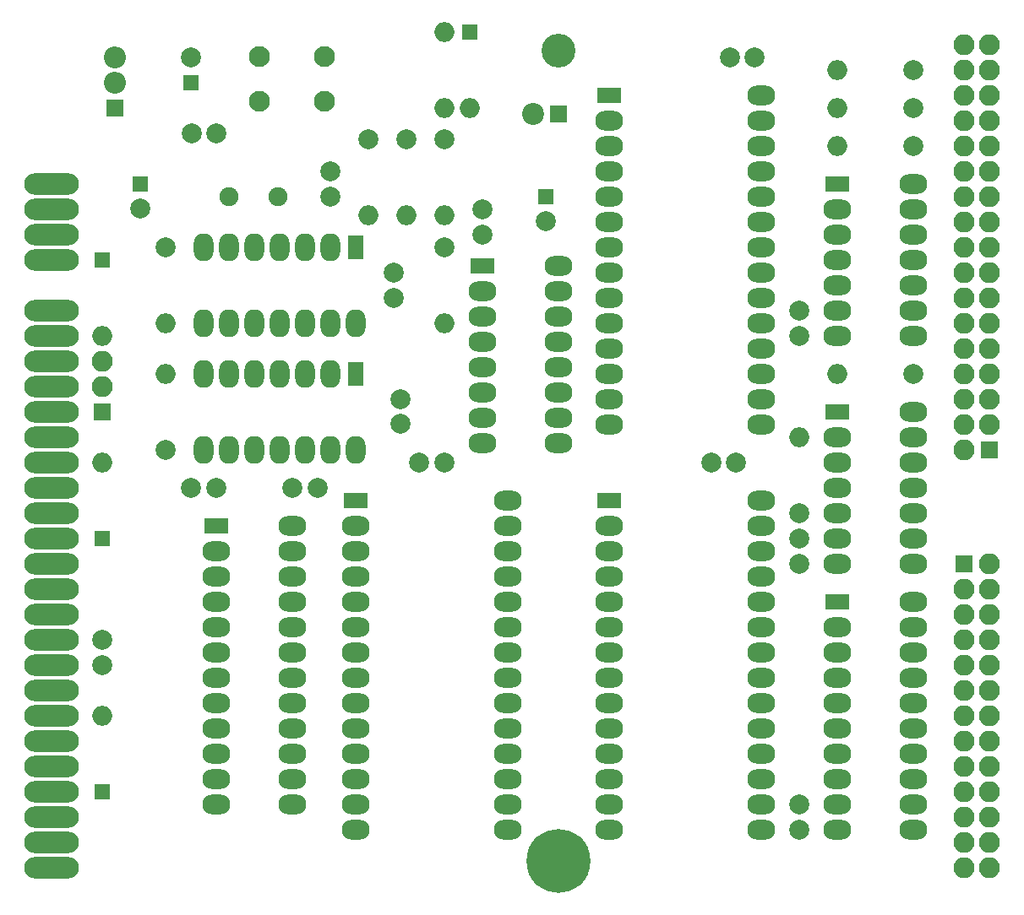
<source format=gbr>
G04 #@! TF.GenerationSoftware,KiCad,Pcbnew,5.0.0-rc2-be01b52~65~ubuntu18.04.1*
G04 #@! TF.CreationDate,2018-06-09T21:21:56+04:00*
G04 #@! TF.ProjectId,plusd,706C7573642E6B696361645F70636200,rev?*
G04 #@! TF.SameCoordinates,Original*
G04 #@! TF.FileFunction,Soldermask,Top*
G04 #@! TF.FilePolarity,Negative*
%FSLAX46Y46*%
G04 Gerber Fmt 4.6, Leading zero omitted, Abs format (unit mm)*
G04 Created by KiCad (PCBNEW 5.0.0-rc2-be01b52~65~ubuntu18.04.1) date Sat Jun  9 21:21:56 2018*
%MOMM*%
%LPD*%
G01*
G04 APERTURE LIST*
%ADD10R,1.600000X1.600000*%
%ADD11C,2.000000*%
%ADD12R,1.800000X1.800000*%
%ADD13C,2.200000*%
%ADD14R,1.700000X1.700000*%
%ADD15O,2.100000X2.100000*%
%ADD16O,5.480000X2.178000*%
%ADD17O,2.000000X2.000000*%
%ADD18C,2.100000*%
%ADD19R,2.400000X1.600000*%
%ADD20O,2.800000X2.000000*%
%ADD21O,2.000000X2.800000*%
%ADD22R,1.600000X2.400000*%
%ADD23C,1.900000*%
%ADD24O,2.200000X2.200000*%
%ADD25C,3.400000*%
%ADD26C,6.400000*%
%ADD27C,1.200000*%
G04 APERTURE END LIST*
D10*
G04 #@! TO.C,C1*
X46990000Y-53340000D03*
D11*
X46990000Y-55840000D03*
G04 #@! TD*
G04 #@! TO.C,C2*
X66040000Y-52110000D03*
X66040000Y-54610000D03*
G04 #@! TD*
G04 #@! TO.C,C3*
X43180000Y-99100000D03*
X43180000Y-101600000D03*
G04 #@! TD*
G04 #@! TO.C,C4*
X64730000Y-83820000D03*
X62230000Y-83820000D03*
G04 #@! TD*
G04 #@! TO.C,C5*
X54610000Y-48260000D03*
X52110000Y-48260000D03*
G04 #@! TD*
D10*
G04 #@! TO.C,C6*
X52070000Y-43180000D03*
D11*
X52070000Y-40680000D03*
G04 #@! TD*
G04 #@! TO.C,C7*
X87630000Y-57110000D03*
D10*
X87630000Y-54610000D03*
G04 #@! TD*
D11*
G04 #@! TO.C,C8*
X52070000Y-83820000D03*
X54570000Y-83820000D03*
G04 #@! TD*
G04 #@! TO.C,C9*
X73025000Y-74930000D03*
X73025000Y-77430000D03*
G04 #@! TD*
G04 #@! TO.C,C10*
X72390000Y-62270000D03*
X72390000Y-64770000D03*
G04 #@! TD*
G04 #@! TO.C,C11*
X77430000Y-81280000D03*
X74930000Y-81280000D03*
G04 #@! TD*
G04 #@! TO.C,C12*
X81280000Y-55920000D03*
X81280000Y-58420000D03*
G04 #@! TD*
G04 #@! TO.C,C13*
X104180000Y-81280000D03*
X106680000Y-81280000D03*
G04 #@! TD*
G04 #@! TO.C,C14*
X108545000Y-40640000D03*
X106045000Y-40640000D03*
G04 #@! TD*
G04 #@! TO.C,C15*
X113030000Y-118110000D03*
X113030000Y-115610000D03*
G04 #@! TD*
G04 #@! TO.C,C16*
X113030000Y-88940000D03*
X113030000Y-91440000D03*
G04 #@! TD*
G04 #@! TO.C,C17*
X113030000Y-68580000D03*
X113030000Y-66080000D03*
G04 #@! TD*
D12*
G04 #@! TO.C,D2*
X88900000Y-46355000D03*
D13*
X86360000Y-46355000D03*
G04 #@! TD*
D14*
G04 #@! TO.C,J1*
X132080000Y-80010000D03*
D15*
X129540000Y-80010000D03*
X132080000Y-77470000D03*
X129540000Y-77470000D03*
X132080000Y-74930000D03*
X129540000Y-74930000D03*
X132080000Y-72390000D03*
X129540000Y-72390000D03*
X132080000Y-69850000D03*
X129540000Y-69850000D03*
X132080000Y-67310000D03*
X129540000Y-67310000D03*
X132080000Y-64770000D03*
X129540000Y-64770000D03*
X132080000Y-62230000D03*
X129540000Y-62230000D03*
X132080000Y-59690000D03*
X129540000Y-59690000D03*
X132080000Y-57150000D03*
X129540000Y-57150000D03*
X132080000Y-54610000D03*
X129540000Y-54610000D03*
X132080000Y-52070000D03*
X129540000Y-52070000D03*
X132080000Y-49530000D03*
X129540000Y-49530000D03*
X132080000Y-46990000D03*
X129540000Y-46990000D03*
X132080000Y-44450000D03*
X129540000Y-44450000D03*
X132080000Y-41910000D03*
X129540000Y-41910000D03*
X132080000Y-39370000D03*
X129540000Y-39370000D03*
G04 #@! TD*
D16*
G04 #@! TO.C,J2*
X38100000Y-121920000D03*
X38100000Y-119380000D03*
X38100000Y-116840000D03*
X38100000Y-114300000D03*
X38100000Y-111760000D03*
X38100000Y-109220000D03*
X38100000Y-106680000D03*
X38100000Y-104140000D03*
X38100000Y-101600000D03*
X38100000Y-99060000D03*
X38100000Y-96520000D03*
X38100000Y-93980000D03*
X38100000Y-91440000D03*
X38100000Y-88900000D03*
X38100000Y-86360000D03*
X38100000Y-83820000D03*
X38100000Y-81280000D03*
X38100000Y-78740000D03*
X38100000Y-76200000D03*
X38100000Y-73660000D03*
X38100000Y-71120000D03*
X38100000Y-68580000D03*
X38100000Y-66040000D03*
X38100000Y-60960000D03*
X38100000Y-58420000D03*
X38100000Y-55880000D03*
X38100000Y-53340000D03*
G04 #@! TD*
D14*
G04 #@! TO.C,J3*
X129540000Y-91440000D03*
D15*
X132080000Y-91440000D03*
X129540000Y-93980000D03*
X132080000Y-93980000D03*
X129540000Y-96520000D03*
X132080000Y-96520000D03*
X129540000Y-99060000D03*
X132080000Y-99060000D03*
X129540000Y-101600000D03*
X132080000Y-101600000D03*
X129540000Y-104140000D03*
X132080000Y-104140000D03*
X129540000Y-106680000D03*
X132080000Y-106680000D03*
X129540000Y-109220000D03*
X132080000Y-109220000D03*
X129540000Y-111760000D03*
X132080000Y-111760000D03*
X129540000Y-114300000D03*
X132080000Y-114300000D03*
X129540000Y-116840000D03*
X132080000Y-116840000D03*
X129540000Y-119380000D03*
X132080000Y-119380000D03*
X129540000Y-121920000D03*
X132080000Y-121920000D03*
G04 #@! TD*
D14*
G04 #@! TO.C,J4*
X43180000Y-76200000D03*
D15*
X43180000Y-73660000D03*
X43180000Y-71120000D03*
G04 #@! TD*
D11*
G04 #@! TO.C,R1*
X124460000Y-72390000D03*
D17*
X116840000Y-72390000D03*
G04 #@! TD*
G04 #@! TO.C,R2*
X116840000Y-49530000D03*
D11*
X124460000Y-49530000D03*
G04 #@! TD*
G04 #@! TO.C,R3*
X124460000Y-45720000D03*
D17*
X116840000Y-45720000D03*
G04 #@! TD*
G04 #@! TO.C,R4*
X116840000Y-41910000D03*
D11*
X124460000Y-41910000D03*
G04 #@! TD*
D17*
G04 #@! TO.C,R5*
X77470000Y-67310000D03*
D11*
X77470000Y-59690000D03*
G04 #@! TD*
G04 #@! TO.C,R6*
X49530000Y-59690000D03*
D17*
X49530000Y-67310000D03*
G04 #@! TD*
D11*
G04 #@! TO.C,R7*
X69850000Y-48895000D03*
D17*
X69850000Y-56515000D03*
G04 #@! TD*
G04 #@! TO.C,R8*
X49530000Y-72390000D03*
D11*
X49530000Y-80010000D03*
G04 #@! TD*
G04 #@! TO.C,R9*
X113030000Y-86360000D03*
D17*
X113030000Y-78740000D03*
G04 #@! TD*
D18*
G04 #@! TO.C,SW1*
X58905000Y-40585000D03*
X65405000Y-40585000D03*
X58905000Y-45085000D03*
X65405000Y-45085000D03*
G04 #@! TD*
D19*
G04 #@! TO.C,U1*
X116840000Y-53340000D03*
D20*
X124460000Y-68580000D03*
X116840000Y-55880000D03*
X124460000Y-66040000D03*
X116840000Y-58420000D03*
X124460000Y-63500000D03*
X116840000Y-60960000D03*
X124460000Y-60960000D03*
X116840000Y-63500000D03*
X124460000Y-58420000D03*
X116840000Y-66040000D03*
X124460000Y-55880000D03*
X116840000Y-68580000D03*
X124460000Y-53340000D03*
G04 #@! TD*
G04 #@! TO.C,U2*
X109220000Y-85090000D03*
X93980000Y-118110000D03*
X109220000Y-87630000D03*
X93980000Y-115570000D03*
X109220000Y-90170000D03*
X93980000Y-113030000D03*
X109220000Y-92710000D03*
X93980000Y-110490000D03*
X109220000Y-95250000D03*
X93980000Y-107950000D03*
X109220000Y-97790000D03*
X93980000Y-105410000D03*
X109220000Y-100330000D03*
X93980000Y-102870000D03*
X109220000Y-102870000D03*
X93980000Y-100330000D03*
X109220000Y-105410000D03*
X93980000Y-97790000D03*
X109220000Y-107950000D03*
X93980000Y-95250000D03*
X109220000Y-110490000D03*
X93980000Y-92710000D03*
X109220000Y-113030000D03*
X93980000Y-90170000D03*
X109220000Y-115570000D03*
X93980000Y-87630000D03*
X109220000Y-118110000D03*
D19*
X93980000Y-85090000D03*
G04 #@! TD*
G04 #@! TO.C,U3*
X93980000Y-44450000D03*
D20*
X109220000Y-77470000D03*
X93980000Y-46990000D03*
X109220000Y-74930000D03*
X93980000Y-49530000D03*
X109220000Y-72390000D03*
X93980000Y-52070000D03*
X109220000Y-69850000D03*
X93980000Y-54610000D03*
X109220000Y-67310000D03*
X93980000Y-57150000D03*
X109220000Y-64770000D03*
X93980000Y-59690000D03*
X109220000Y-62230000D03*
X93980000Y-62230000D03*
X109220000Y-59690000D03*
X93980000Y-64770000D03*
X109220000Y-57150000D03*
X93980000Y-67310000D03*
X109220000Y-54610000D03*
X93980000Y-69850000D03*
X109220000Y-52070000D03*
X93980000Y-72390000D03*
X109220000Y-49530000D03*
X93980000Y-74930000D03*
X109220000Y-46990000D03*
X93980000Y-77470000D03*
X109220000Y-44450000D03*
G04 #@! TD*
D21*
G04 #@! TO.C,U4*
X68580000Y-67310000D03*
X53340000Y-59690000D03*
X66040000Y-67310000D03*
X55880000Y-59690000D03*
X63500000Y-67310000D03*
X58420000Y-59690000D03*
X60960000Y-67310000D03*
X60960000Y-59690000D03*
X58420000Y-67310000D03*
X63500000Y-59690000D03*
X55880000Y-67310000D03*
X66040000Y-59690000D03*
X53340000Y-67310000D03*
D22*
X68580000Y-59690000D03*
G04 #@! TD*
D19*
G04 #@! TO.C,U5*
X116840000Y-76200000D03*
D20*
X124460000Y-91440000D03*
X116840000Y-78740000D03*
X124460000Y-88900000D03*
X116840000Y-81280000D03*
X124460000Y-86360000D03*
X116840000Y-83820000D03*
X124460000Y-83820000D03*
X116840000Y-86360000D03*
X124460000Y-81280000D03*
X116840000Y-88900000D03*
X124460000Y-78740000D03*
X116840000Y-91440000D03*
X124460000Y-76200000D03*
G04 #@! TD*
D19*
G04 #@! TO.C,U6*
X81280000Y-61595000D03*
D20*
X88900000Y-79375000D03*
X81280000Y-64135000D03*
X88900000Y-76835000D03*
X81280000Y-66675000D03*
X88900000Y-74295000D03*
X81280000Y-69215000D03*
X88900000Y-71755000D03*
X81280000Y-71755000D03*
X88900000Y-69215000D03*
X81280000Y-74295000D03*
X88900000Y-66675000D03*
X81280000Y-76835000D03*
X88900000Y-64135000D03*
X81280000Y-79375000D03*
X88900000Y-61595000D03*
G04 #@! TD*
D19*
G04 #@! TO.C,U7*
X68580000Y-85090000D03*
D20*
X83820000Y-118110000D03*
X68580000Y-87630000D03*
X83820000Y-115570000D03*
X68580000Y-90170000D03*
X83820000Y-113030000D03*
X68580000Y-92710000D03*
X83820000Y-110490000D03*
X68580000Y-95250000D03*
X83820000Y-107950000D03*
X68580000Y-97790000D03*
X83820000Y-105410000D03*
X68580000Y-100330000D03*
X83820000Y-102870000D03*
X68580000Y-102870000D03*
X83820000Y-100330000D03*
X68580000Y-105410000D03*
X83820000Y-97790000D03*
X68580000Y-107950000D03*
X83820000Y-95250000D03*
X68580000Y-110490000D03*
X83820000Y-92710000D03*
X68580000Y-113030000D03*
X83820000Y-90170000D03*
X68580000Y-115570000D03*
X83820000Y-87630000D03*
X68580000Y-118110000D03*
X83820000Y-85090000D03*
G04 #@! TD*
D19*
G04 #@! TO.C,U8*
X54610000Y-87630000D03*
D20*
X62230000Y-115570000D03*
X54610000Y-90170000D03*
X62230000Y-113030000D03*
X54610000Y-92710000D03*
X62230000Y-110490000D03*
X54610000Y-95250000D03*
X62230000Y-107950000D03*
X54610000Y-97790000D03*
X62230000Y-105410000D03*
X54610000Y-100330000D03*
X62230000Y-102870000D03*
X54610000Y-102870000D03*
X62230000Y-100330000D03*
X54610000Y-105410000D03*
X62230000Y-97790000D03*
X54610000Y-107950000D03*
X62230000Y-95250000D03*
X54610000Y-110490000D03*
X62230000Y-92710000D03*
X54610000Y-113030000D03*
X62230000Y-90170000D03*
X54610000Y-115570000D03*
X62230000Y-87630000D03*
G04 #@! TD*
D19*
G04 #@! TO.C,U9*
X116840000Y-95250000D03*
D20*
X124460000Y-118110000D03*
X116840000Y-97790000D03*
X124460000Y-115570000D03*
X116840000Y-100330000D03*
X124460000Y-113030000D03*
X116840000Y-102870000D03*
X124460000Y-110490000D03*
X116840000Y-105410000D03*
X124460000Y-107950000D03*
X116840000Y-107950000D03*
X124460000Y-105410000D03*
X116840000Y-110490000D03*
X124460000Y-102870000D03*
X116840000Y-113030000D03*
X124460000Y-100330000D03*
X116840000Y-115570000D03*
X124460000Y-97790000D03*
X116840000Y-118110000D03*
X124460000Y-95250000D03*
G04 #@! TD*
D21*
G04 #@! TO.C,U10*
X68580000Y-80010000D03*
X53340000Y-72390000D03*
X66040000Y-80010000D03*
X55880000Y-72390000D03*
X63500000Y-80010000D03*
X58420000Y-72390000D03*
X60960000Y-80010000D03*
X60960000Y-72390000D03*
X58420000Y-80010000D03*
X63500000Y-72390000D03*
X55880000Y-80010000D03*
X66040000Y-72390000D03*
X53340000Y-80010000D03*
D22*
X68580000Y-72390000D03*
G04 #@! TD*
D23*
G04 #@! TO.C,Y1*
X55880000Y-54610000D03*
X60780000Y-54610000D03*
G04 #@! TD*
D10*
G04 #@! TO.C,D1*
X43180000Y-60960000D03*
D17*
X43180000Y-68580000D03*
G04 #@! TD*
D10*
G04 #@! TO.C,D3*
X43180000Y-88900000D03*
D17*
X43180000Y-81280000D03*
G04 #@! TD*
G04 #@! TO.C,D4*
X43180000Y-106680000D03*
D10*
X43180000Y-114300000D03*
G04 #@! TD*
D11*
G04 #@! TO.C,R10*
X77470000Y-48895000D03*
D17*
X77470000Y-56515000D03*
G04 #@! TD*
G04 #@! TO.C,R11*
X73660000Y-56515000D03*
D11*
X73660000Y-48895000D03*
G04 #@! TD*
D10*
G04 #@! TO.C,SW2*
X80010000Y-38100000D03*
D17*
X77470000Y-45720000D03*
X77470000Y-38100000D03*
X80010000Y-45720000D03*
G04 #@! TD*
D12*
G04 #@! TO.C,U12*
X44450000Y-45720000D03*
D24*
X44450000Y-43180000D03*
X44450000Y-40640000D03*
G04 #@! TD*
D25*
G04 #@! TO.C,MK1*
X88900000Y-40005000D03*
G04 #@! TD*
D26*
G04 #@! TO.C,MK2*
X88900000Y-121285000D03*
D27*
X91150000Y-121285000D03*
X90490990Y-122875990D03*
X88900000Y-123535000D03*
X87309010Y-122875990D03*
X86650000Y-121285000D03*
X87309010Y-119694010D03*
X88900000Y-119035000D03*
X90490990Y-119694010D03*
G04 #@! TD*
M02*

</source>
